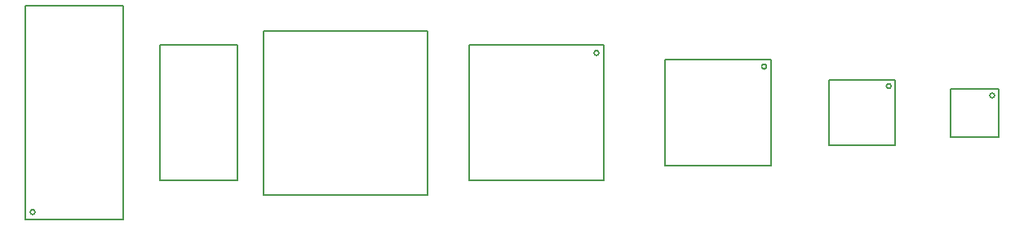
<source format=gbo>
G04 Layer_Color=32896*
%FSLAX25Y25*%
%MOIN*%
G70*
G01*
G75*
%ADD301C,0.00600*%
D301*
X344409Y174500D02*
G03*
X344409Y174500I-1000J0D01*
G01*
X412898Y168900D02*
G03*
X412898Y168900I-1000J0D01*
G01*
X463827Y160900D02*
G03*
X463827Y160900I-1000J0D01*
G01*
X506087Y157100D02*
G03*
X506087Y157100I-1000J0D01*
G01*
X114071Y109449D02*
G03*
X114071Y109449I-1000J0D01*
G01*
X291400Y122441D02*
X346559D01*
Y177600D01*
X291400D02*
X346559D01*
X291400Y122441D02*
Y177600D01*
X207500Y116535D02*
X274465D01*
X207500D02*
Y183500D01*
X274465D01*
Y116535D02*
Y183500D01*
X371300Y128347D02*
Y171700D01*
X414653D01*
Y128347D02*
Y171700D01*
X371300Y128347D02*
X414653D01*
X438500Y136594D02*
X465406D01*
Y163500D01*
X438500D02*
X465406D01*
X438500Y136594D02*
Y163500D01*
X507842Y140157D02*
Y159900D01*
X488100Y140157D02*
X507842D01*
X488100D02*
Y159900D01*
X507842D01*
X150000Y106260D02*
Y193800D01*
X110000D02*
X150000D01*
X110000Y106260D02*
Y193800D01*
Y106260D02*
X150000D01*
X165200Y177600D02*
X196748D01*
X165200Y122441D02*
Y177600D01*
Y122441D02*
X196748D01*
Y177600D01*
M02*

</source>
